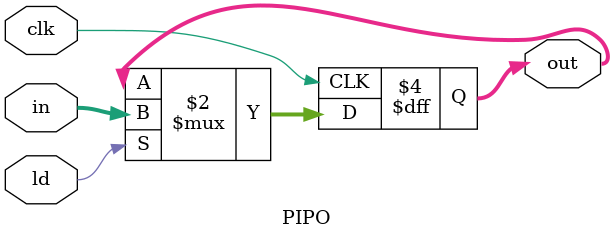
<source format=v>
`timescale 1ns / 1ps
module PIPO(out,in,ld,clk);
input ld,clk;
input [15:0] in;
output reg [15:0]out;
always@(posedge clk)
    if(ld)
        out<=in;
endmodule

</source>
